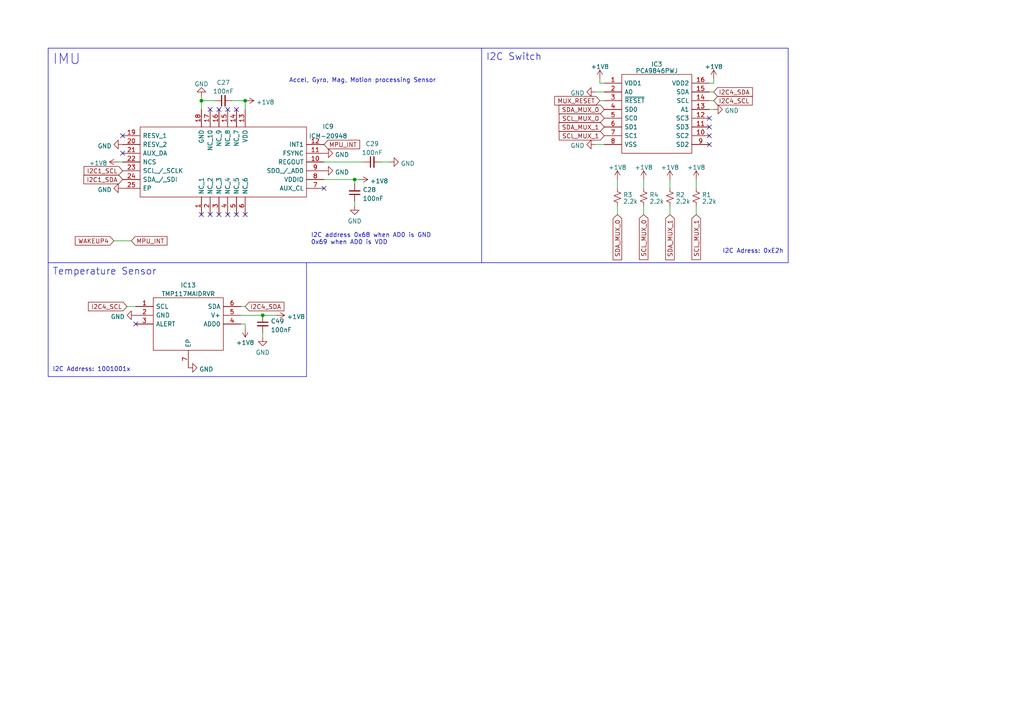
<source format=kicad_sch>
(kicad_sch (version 20230121) (generator eeschema)
  (paper "A4")
  (title_block (title "OBC-Flight") (date "2023-08-07") (rev "Rev0") (company "WIT PicoSat") (comment 1 "By: Kieran Shanley"))
  (lib_symbols
    (symbol "Device:C_Small" (pin_numbers hide) (pin_names (offset 0.254) hide)
      (property "Reference" "C" (at 0.254 1.778 0))
      (property "Value" "C_Small" (at 0.254 -2.032 0))
      (symbol "C_Small_0_1"
        (polyline (pts (xy -1.524 -0.508) (xy 1.524 -0.508)) (stroke (width 0.3302)))
        (polyline (pts (xy -1.524 0.508) (xy 1.524 0.508)) (stroke (width 0.3048)))
      )
      (symbol "C_Small_1_1"
        (pin passive line (at 0 2.54 270) (length 2.032) (name "~") (number "1"))
        (pin passive line (at 0 -2.54 90) (length 2.032) (name "~") (number "2"))
      )
    )
    (symbol "Device:R_Small_US" (pin_numbers hide) (pin_names (offset 0.254) hide)
      (property "Reference" "R" (at 0.762 0.508 0))
      (property "Value" "R_Small_US" (at 0.762 -1.016 0))
      (symbol "R_Small_US_1_1"
        (polyline (pts (xy 0 0) (xy 1.016 -0.381) (xy 0 -0.762) (xy -1.016 -1.143) (xy 0 -1.524)))
        (polyline (pts (xy 0 1.524) (xy 1.016 1.143) (xy 0 0.762) (xy -1.016 0.381) (xy 0 0)))
        (pin passive line (at 0 2.54 270) (length 1.016) (name "~") (number "1"))
        (pin passive line (at 0 -2.54 90) (length 1.016) (name "~") (number "2"))
      )
    )
    (symbol "ICM-20948:ICM-20948" (pin_names (offset 0.762))
      (property "Reference" "IC" (at 26.67 22.86 0))
      (property "Value" "ICM-20948" (at 26.67 20.32 0))
      (symbol "ICM-20948_0_0"
        (pin passive line (at 0 0 0) (length 5.08) (name "NC_1") (number "1"))
        (pin passive line (at 15.24 -35.56 90) (length 5.08) (name "REGOUT") (number "10"))
        (pin passive line (at 17.78 -35.56 90) (length 5.08) (name "FSYNC") (number "11"))
        (pin passive line (at 20.32 -35.56 90) (length 5.08) (name "INT1") (number "12"))
        (pin passive line (at 30.48 -12.7 180) (length 5.08) (name "VDD") (number "13"))
        (pin passive line (at 30.48 -10.16 180) (length 5.08) (name "NC_7") (number "14"))
        (pin passive line (at 30.48 -7.62 180) (length 5.08) (name "NC_8") (number "15"))
        (pin passive line (at 30.48 -5.08 180) (length 5.08) (name "NC_9") (number "16"))
        (pin passive line (at 30.48 -2.54 180) (length 5.08) (name "NC_10") (number "17"))
        (pin passive line (at 30.48 0 180) (length 5.08) (name "GND") (number "18"))
        (pin passive line (at 22.86 22.86 270) (length 5.08) (name "RESV_1") (number "19"))
        (pin passive line (at 0 -2.54 0) (length 5.08) (name "NC_2") (number "2"))
        (pin passive line (at 20.32 22.86 270) (length 5.08) (name "RESV_2") (number "20"))
        (pin passive line (at 17.78 22.86 270) (length 5.08) (name "AUX_DA") (number "21"))
        (pin passive line (at 15.24 22.86 270) (length 5.08) (name "NCS") (number "22"))
        (pin passive line (at 12.7 22.86 270) (length 5.08) (name "SCL_/_SCLK") (number "23"))
        (pin passive line (at 10.16 22.86 270) (length 5.08) (name "SDA_/_SDI") (number "24"))
        (pin passive line (at 7.62 22.86 270) (length 5.08) (name "EP") (number "25"))
        (pin passive line (at 0 -5.08 0) (length 5.08) (name "NC_3") (number "3"))
        (pin passive line (at 0 -7.62 0) (length 5.08) (name "NC_4") (number "4"))
        (pin passive line (at 0 -10.16 0) (length 5.08) (name "NC_5") (number "5"))
        (pin passive line (at 0 -12.7 0) (length 5.08) (name "NC_6") (number "6"))
        (pin passive line (at 7.62 -35.56 90) (length 5.08) (name "AUX_CL") (number "7"))
        (pin passive line (at 10.16 -35.56 90) (length 5.08) (name "VDDIO") (number "8"))
        (pin passive line (at 12.7 -35.56 90) (length 5.08) (name "SDO_/_AD0") (number "9"))
      )
      (symbol "ICM-20948_0_1"
        (polyline (pts (xy 5.08 17.78) (xy 25.4 17.78) (xy 25.4 -30.48) (xy 5.08 -30.48) (xy 5.08 17.78)) (stroke (width 0.1524)))
      )
    )
    (symbol "PCA9846PWJ:PCA9846PWJ" (pin_names (offset 0.762))
      (property "Reference" "IC" (at 26.67 7.62 0))
      (property "Value" "PCA9846PWJ" (at 26.67 5.08 0))
      (symbol "PCA9846PWJ_0_0"
        (pin passive line (at 0 0 0) (length 5.08) (name "VDD1") (number "1"))
        (pin passive line (at 30.48 -15.24 180) (length 5.08) (name "SC2") (number "10"))
        (pin passive line (at 30.48 -12.7 180) (length 5.08) (name "SD3") (number "11"))
        (pin passive line (at 30.48 -10.16 180) (length 5.08) (name "SC3") (number "12"))
        (pin passive line (at 30.48 -7.62 180) (length 5.08) (name "A1") (number "13"))
        (pin passive line (at 30.48 -5.08 180) (length 5.08) (name "SCL") (number "14"))
        (pin passive line (at 30.48 -2.54 180) (length 5.08) (name "SDA") (number "15"))
        (pin passive line (at 30.48 0 180) (length 5.08) (name "VDD2") (number "16"))
        (pin passive line (at 0 -2.54 0) (length 5.08) (name "A0") (number "2"))
        (pin passive line (at 0 -5.08 0) (length 5.08) (name "~{RESET}") (number "3"))
        (pin passive line (at 0 -7.62 0) (length 5.08) (name "SD0") (number "4"))
        (pin passive line (at 0 -10.16 0) (length 5.08) (name "SC0") (number "5"))
        (pin passive line (at 0 -12.7 0) (length 5.08) (name "SD1") (number "6"))
        (pin passive line (at 0 -15.24 0) (length 5.08) (name "SC1") (number "7"))
        (pin passive line (at 0 -17.78 0) (length 5.08) (name "VSS") (number "8"))
        (pin passive line (at 30.48 -17.78 180) (length 5.08) (name "SD2") (number "9"))
      )
      (symbol "PCA9846PWJ_0_1"
        (polyline (pts (xy 5.08 2.54) (xy 25.4 2.54) (xy 25.4 -20.32) (xy 5.08 -20.32) (xy 5.08 2.54)) (stroke (width 0.1524)))
      )
    )
    (symbol "TMP117MAIDRVR:TMP117MAIDRVR" (pin_names (offset 0.762))
      (property "Reference" "IC" (at 26.67 7.62 0))
      (property "Value" "TMP117MAIDRVR" (at 26.67 5.08 0))
      (symbol "TMP117MAIDRVR_0_0"
        (pin passive line (at 0 0 0) (length 5.08) (name "SCL") (number "1"))
        (pin passive line (at 0 -2.54 0) (length 5.08) (name "GND") (number "2"))
        (pin passive line (at 0 -5.08 0) (length 5.08) (name "ALERT") (number "3"))
        (pin passive line (at 30.48 -5.08 180) (length 5.08) (name "ADD0") (number "4"))
        (pin passive line (at 30.48 -2.54 180) (length 5.08) (name "V+") (number "5"))
        (pin passive line (at 30.48 0 180) (length 5.08) (name "SDA") (number "6"))
        (pin passive line (at 15.24 -17.78 90) (length 5.08) (name "EP") (number "7"))
      )
      (symbol "TMP117MAIDRVR_0_1"
        (polyline (pts (xy 5.08 2.54) (xy 25.4 2.54) (xy 25.4 -12.7) (xy 5.08 -12.7) (xy 5.08 2.54)) (stroke (width 0.1524)))
      )
    )
    (symbol "power:+1V8" (power) (pin_names (offset 0))
      (property "Value" "+1V8" (at 0 3.556 0))
      (symbol "+1V8_0_1"
        (polyline (pts (xy -0.762 1.27) (xy 0 2.54)))
        (polyline (pts (xy 0 0) (xy 0 2.54)))
        (polyline (pts (xy 0 2.54) (xy 0.762 1.27)))
      )
      (symbol "+1V8_1_1"
        (pin power_in line (at 0 0 90) (length 0) hide (name "+1V8") (number "1"))
      )
    )
    (symbol "power:GND" (power) (pin_names (offset 0))
      (property "Value" "GND" (at 0 -3.81 0))
      (symbol "GND_0_1"
        (polyline (pts (xy 0 0) (xy 0 -1.27) (xy 1.27 -1.27) (xy 0 -2.54) (xy -1.27 -1.27) (xy 0 -1.27)))
      )
      (symbol "GND_1_1"
        (pin power_in line (at 0 0 270) (length 0) hide (name "GND") (number "1"))
      )
    )
  )
  (junction (at 102.87 52.07))
  (junction (at 58.42 29.21))
  (junction (at 76.2 91.44))
  (junction (at 71.12 29.21))
  (no_connect (at 68.58 62.23))
  (no_connect (at 58.42 62.23))
  (no_connect (at 66.04 31.75))
  (no_connect (at 63.5 62.23))
  (no_connect (at 205.74 34.29))
  (no_connect (at 205.74 39.37))
  (no_connect (at 205.74 41.91))
  (no_connect (at 66.04 62.23))
  (no_connect (at 93.98 54.61))
  (no_connect (at 68.58 31.75))
  (no_connect (at 60.96 31.75))
  (no_connect (at 205.74 36.83))
  (no_connect (at 35.56 39.37))
  (no_connect (at 60.96 62.23))
  (no_connect (at 39.37 93.98))
  (no_connect (at 63.5 31.75))
  (no_connect (at 71.12 62.23))
  (no_connect (at 35.56 44.45))
  (wire (pts (xy 205.74 26.67) (xy 207.01 26.67)))
  (wire (pts (xy 173.99 22.86) (xy 173.99 24.13)))
  (wire (pts (xy 36.83 88.9) (xy 39.37 88.9)))
  (wire (pts (xy 71.12 93.98) (xy 71.12 95.25)))
  (wire (pts (xy 102.87 52.07) (xy 104.14 52.07)))
  (wire (pts (xy 172.72 26.67) (xy 175.26 26.67)))
  (polyline (pts (xy 13.97 76.2) (xy 13.97 109.22)))
  (polyline (pts (xy 13.97 109.22) (xy 88.9 109.22)))
  (wire (pts (xy 201.93 52.07) (xy 201.93 54.61)))
  (wire (pts (xy 194.31 52.07) (xy 194.31 54.61)))
  (polyline (pts (xy 139.7 76.2) (xy 13.97 76.2)))
  (wire (pts (xy 194.31 59.69) (xy 194.31 62.23)))
  (polyline (pts (xy 228.6 13.97) (xy 228.6 76.2)))
  (polyline (pts (xy 13.97 13.97) (xy 139.7 13.97)))
  (wire (pts (xy 93.98 52.07) (xy 102.87 52.07)))
  (polyline (pts (xy 228.6 76.2) (xy 139.7 76.2)))
  (wire (pts (xy 58.42 27.94) (xy 58.42 29.21)))
  (wire (pts (xy 205.74 24.13) (xy 207.01 24.13)))
  (wire (pts (xy 71.12 29.21) (xy 71.12 31.75)))
  (wire (pts (xy 172.72 41.91) (xy 175.26 41.91)))
  (wire (pts (xy 179.07 52.07) (xy 179.07 54.61)))
  (wire (pts (xy 102.87 58.42) (xy 102.87 59.69)))
  (wire (pts (xy 69.85 91.44) (xy 76.2 91.44)))
  (wire (pts (xy 207.01 22.86) (xy 207.01 24.13)))
  (wire (pts (xy 173.99 24.13) (xy 175.26 24.13)))
  (wire (pts (xy 67.31 29.21) (xy 71.12 29.21)))
  (wire (pts (xy 76.2 91.44) (xy 80.01 91.44)))
  (wire (pts (xy 110.49 46.99) (xy 113.03 46.99)))
  (wire (pts (xy 58.42 29.21) (xy 62.23 29.21)))
  (wire (pts (xy 69.85 93.98) (xy 71.12 93.98)))
  (polyline (pts (xy 88.9 109.22) (xy 88.9 76.2)))
  (polyline (pts (xy 139.7 13.97) (xy 139.7 76.2)))
  (polyline (pts (xy 139.7 13.97) (xy 228.6 13.97)))
  (wire (pts (xy 173.99 29.21) (xy 175.26 29.21)))
  (wire (pts (xy 69.85 88.9) (xy 71.12 88.9)))
  (wire (pts (xy 76.2 96.52) (xy 76.2 97.79)))
  (wire (pts (xy 186.69 59.69) (xy 186.69 62.23)))
  (wire (pts (xy 34.29 46.99) (xy 35.56 46.99)))
  (wire (pts (xy 179.07 59.69) (xy 179.07 62.23)))
  (polyline (pts (xy 13.97 13.97) (xy 13.97 76.2)))
  (wire (pts (xy 186.69 52.07) (xy 186.69 54.61)))
  (wire (pts (xy 33.02 69.85) (xy 38.1 69.85)))
  (wire (pts (xy 201.93 59.69) (xy 201.93 62.23)))
  (wire (pts (xy 205.74 31.75) (xy 207.01 31.75)))
  (wire (pts (xy 102.87 52.07) (xy 102.87 53.34)))
  (wire (pts (xy 93.98 46.99) (xy 105.41 46.99)))
  (wire (pts (xy 58.42 29.21) (xy 58.42 31.75)))
  (wire (pts (xy 205.74 29.21) (xy 207.01 29.21)))
  (text "I2C address 0x68 when AD0 is GND\n0x69 when AD0 is VDD" (at 90.17 71.12 0) (effects (font (size 1.27 1.27)) (justify left bottom)))
  (text "I2C Adress: 0xE2h" (at 209.55 73.66 0) (effects (font (size 1.27 1.27)) (justify left bottom)))
  (text "Accel, Gyro, Mag, Motion processing Sensor\n" (at 83.82 24.13 0) (effects (font (size 1.27 1.27)) (justify left bottom)))
  (text "IMU" (at 15.24 19.05 0) (effects (font (size 3 3)) (justify left bottom)))
  (text "Temperature Sensor" (at 15.24 80.01 0) (effects (font (size 2 2)) (justify left bottom)))
  (text "I2C Address: 1001001x " (at 15.24 107.95 0) (effects (font (size 1.27 1.27)) (justify left bottom)))
  (text "I2C Switch" (at 140.97 17.78 0) (effects (font (size 2 2)) (justify left bottom)))
  (global_label "SCL_MUX_0" (shape input) (at 175.26 34.29 180) (property "Intersheetrefs" "${INTERSHEET_REFS}" (effects hide)))
  (global_label "MPU_INT" (shape input) (at 38.1 69.85 0) (property "Intersheetrefs" "${INTERSHEET_REFS}" (effects hide)))
  (global_label "I2C1_SCL" (shape input) (at 35.56 49.53 180) (property "Intersheetrefs" "${INTERSHEET_REFS}" (effects hide)))
  (global_label "I2C1_SDA" (shape input) (at 35.56 52.07 180) (property "Intersheetrefs" "${INTERSHEET_REFS}" (effects hide)))
  (global_label "SDA_MUX_1" (shape input) (at 194.31 62.23 270) (property "Intersheetrefs" "${INTERSHEET_REFS}" (effects hide)))
  (global_label "MPU_INT" (shape input) (at 93.98 41.91 0) (property "Intersheetrefs" "${INTERSHEET_REFS}" (effects hide)))
  (global_label "I2C4_SCL" (shape input) (at 207.01 29.21 0) (property "Intersheetrefs" "${INTERSHEET_REFS}" (effects hide)))
  (global_label "I2C4_SCL" (shape input) (at 36.83 88.9 180) (property "Intersheetrefs" "${INTERSHEET_REFS}" (effects hide)))
  (global_label "SDA_MUX_0" (shape input) (at 179.07 62.23 270) (property "Intersheetrefs" "${INTERSHEET_REFS}" (effects hide)))
  (global_label "I2C4_SDA" (shape input) (at 207.01 26.67 0) (property "Intersheetrefs" "${INTERSHEET_REFS}" (effects hide)))
  (global_label "SCL_MUX_1" (shape input) (at 175.26 39.37 180) (property "Intersheetrefs" "${INTERSHEET_REFS}" (effects hide)))
  (global_label "MUX_RESET" (shape input) (at 173.99 29.21 180) (property "Intersheetrefs" "${INTERSHEET_REFS}" (effects hide)))
  (global_label "SCL_MUX_1" (shape input) (at 201.93 62.23 270) (property "Intersheetrefs" "${INTERSHEET_REFS}" (effects hide)))
  (global_label "SDA_MUX_0" (shape input) (at 175.26 31.75 180) (property "Intersheetrefs" "${INTERSHEET_REFS}" (effects hide)))
  (global_label "I2C4_SDA" (shape input) (at 71.12 88.9 0) (property "Intersheetrefs" "${INTERSHEET_REFS}" (effects hide)))
  (global_label "SCL_MUX_0" (shape input) (at 186.69 62.23 270) (property "Intersheetrefs" "${INTERSHEET_REFS}" (effects hide)))
  (global_label "SDA_MUX_1" (shape input) (at 175.26 36.83 180) (property "Intersheetrefs" "${INTERSHEET_REFS}" (effects hide)))
  (global_label "WAKEUP4" (shape input) (at 33.02 69.85 180) (property "Intersheetrefs" "${INTERSHEET_REFS}" (effects hide)))
  (symbol (lib_id "Device:C_Small") (at 107.95 46.99 90) (unit 1)
    (property "Reference" "C29" (at 107.9563 41.7281 90))
    (property "Value" "100nF" (at 107.9563 44.265 90))
    (property "Footprint" "Capacitor_SMD:C_0402_1005Metric" (effects hide))
    (instances (project "OBCProto" (path "" (reference "C29") (unit 1))) (project "OBC-Flight" (path "" (reference "C3") (unit 1))))
  )
  (symbol (lib_id "power:+1V8") (at 34.29 46.99 90) (unit 1)
    (property "Reference" "#PWR079" (effects hide))
    (property "Value" "+1V8" (at 31.115 47.3068 90) (effects (justify left)))
  )
  (symbol (lib_id "power:+1V8") (at 173.99 22.86 0) (unit 1)
    (property "Reference" "#PWR066" (effects hide))
    (property "Value" "+1V8" (at 173.99 19.3581 0))
  )
  (symbol (lib_id "power:GND") (at 35.56 54.61 270) (unit 1)
    (property "Reference" "#PWR0154" (effects hide))
    (property "Value" "GND" (at 32.3851 55.0438 90) (effects (justify right)))
    (instances (project "OBCProto" (path "" (reference "#PWR0154") (unit 1))) (project "OBC-Flight" (path "" (reference "#PWR02") (unit 1))))
  )
  (symbol (lib_id "power:GND") (at 113.03 46.99 90) (unit 1)
    (property "Reference" "#PWR0160" (effects hide))
    (property "Value" "GND" (at 116.205 47.4238 90) (effects (justify right)))
    (instances (project "OBCProto" (path "" (reference "#PWR0160") (unit 1))) (project "OBC-Flight" (path "" (reference "#PWR07") (unit 1))))
  )
  (symbol (lib_id "power:GND") (at 54.61 106.68 90) (unit 1)
    (property "Reference" "#PWR0240" (effects hide))
    (property "Value" "GND" (at 57.785 107.1138 90) (effects (justify right)))
    (instances (project "OBCProto" (path "" (reference "#PWR0240") (unit 1))) (project "OBC-Flight" (path "" (reference "#PWR011") (unit 1))))
  )
  (symbol (lib_id "Device:R_Small_US") (at 179.07 57.15 0) (unit 1)
    (property "Reference" "R3" (at 180.721 56.5063 0) (effects (justify left)))
    (property "Value" "2.2k" (at 180.721 58.4273 0) (effects (justify left)))
    (property "Footprint" "Resistor_SMD:R_0402_1005Metric" (effects hide))
  )
  (symbol (lib_id "Device:R_Small_US") (at 201.93 57.15 0) (unit 1)
    (property "Reference" "R1" (at 203.581 56.5063 0) (effects (justify left)))
    (property "Value" "2.2k" (at 203.581 58.4273 0) (effects (justify left)))
    (property "Footprint" "Resistor_SMD:R_0402_1005Metric" (effects hide))
  )
  (symbol (lib_id "power:GND") (at 39.37 91.44 270) (unit 1)
    (property "Reference" "#PWR0243" (effects hide))
    (property "Value" "GND" (at 36.1951 91.8738 90) (effects (justify right)))
    (instances (project "OBCProto" (path "" (reference "#PWR0243") (unit 1))) (project "OBC-Flight" (path "" (reference "#PWR010") (unit 1))))
  )
  (symbol (lib_id "Device:C_Small") (at 64.77 29.21 90) (unit 1)
    (property "Reference" "C27" (at 64.7763 23.9481 90))
    (property "Value" "100nF" (at 64.7763 26.485 90))
    (property "Footprint" "Capacitor_SMD:C_0402_1005Metric" (effects hide))
    (instances (project "OBCProto" (path "" (reference "C27") (unit 1))) (project "OBC-Flight" (path "" (reference "C1") (unit 1))))
  )
  (symbol (lib_id "power:+1V8") (at 71.12 95.25 180) (unit 1)
    (property "Reference" "#PWR0142" (effects hide))
    (property "Value" "+1V8" (at 71.12 99.3855 0))
  )
  (symbol (lib_id "Device:C_Small") (at 76.2 93.98 0) (unit 1)
    (property "Reference" "C49" (at 78.5241 93.1516 0) (effects (justify left)))
    (property "Value" "100nF" (at 78.5241 95.6885 0) (effects (justify left)))
    (property "Footprint" "Capacitor_SMD:C_0402_1005Metric" (effects hide))
    (instances (project "OBCProto" (path "" (reference "C49") (unit 1))) (project "OBC-Flight" (path "" (reference "C4") (unit 1))))
  )
  (symbol (lib_id "PCA9846PWJ:PCA9846PWJ") (at 175.26 24.13 0) (unit 1)
    (property "Reference" "IC3" (at 190.5 18.6309 0))
    (property "Value" "PCA9846PWJ" (at 190.5 20.5519 0))
    (property "Footprint" "PCA9846PWJ:SOP65P640X110-16N" (effects hide))
    (property "Datasheet" "http://www.nxp.com/docs/en/data-sheet/PCA9846.pdf" (effects hide))
    (property "Description" "NXP - PCA9846PWJ - Bidirectional Switch, 4:1, 2 Circuits, 24 ohm, I2C, 0.8V to 3.6V, TSSOP-16" (effects hide))
    (property "Height" "1.1" (effects hide))
    (property "Mouser Part Number" "771-PCA9846PWJ" (effects hide))
    (property "Mouser Price/Stock" "https://www.mouser.co.uk/ProductDetail/NXP-Semiconductors/PCA9846PWJ?qs=Q1MICM81PnD8pOOv3dnpxA%3D%3D" (effects hide))
    (property "Manufacturer_Name" "NXP" (effects hide))
    (property "Manufacturer_Part_Number" "PCA9846PWJ" (effects hide))
  )
  (symbol (lib_id "power:+1V8") (at 201.93 52.07 0) (unit 1)
    (property "Reference" "#PWR062" (effects hide))
    (property "Value" "+1V8" (at 201.93 48.5681 0))
  )
  (symbol (lib_id "TMP117MAIDRVR:TMP117MAIDRVR") (at 39.37 88.9 0) (unit 1)
    (property "Reference" "IC13" (at 54.61 82.711 0))
    (property "Value" "TMP117MAIDRVR" (at 54.61 85.2479 0))
    (property "Footprint" "TMP117MAIDRVR:SON65P200X200X80-7N" (effects hide))
    (property "Datasheet" "http://www.ti.com/lit/gpn/tmp117" (effects hide))
    (property "Description" "+/-0.1C Accurate Digital Temperature Sensor with Integrated NV Memory" (effects hide))
    (property "Height" "0.8" (effects hide))
    (property "Mouser Part Number" "595-TMP117MAIDRVR" (effects hide))
    (property "Mouser Price/Stock" "https://www.mouser.co.uk/ProductDetail/Texas-Instruments/TMP117MAIDRVR?qs=qSfuJ%252Bfl%2Fd6ns6kYPunSVg%3D%3D" (effects hide))
    (property "Manufacturer_Name" "Texas Instruments" (effects hide))
    (property "Manufacturer_Part_Number" "TMP117MAIDRVR" (effects hide))
    (instances (project "OBCProto" (path "" (reference "IC13") (unit 1))) (project "OBC-Flight" (path "" (reference "IC1") (unit 1))))
  )
  (symbol (lib_id "power:+1V8") (at 186.69 52.07 0) (unit 1)
    (property "Reference" "#PWR065" (effects hide))
    (property "Value" "+1V8" (at 186.69 48.5681 0))
  )
  (symbol (lib_id "ICM-20948:ICM-20948") (at 58.42 62.23 90) (unit 1)
    (property "Reference" "IC9" (at 95.1637 36.686 90))
    (property "Value" "ICM-20948" (at 95.1637 39.4611 90))
    (property "Footprint" "ICM-20948:QFN40P300X300X105-25N-D" (effects hide))
    (property "Datasheet" "https://product.tdk.com/system/files/dam/doc/product/sensor/mortion-inertial/imu/data_sheet/ds-000189-icm-20948-v1.3.pdf" (effects hide))
    (property "Description" "IMUs - Inertial Measurement Units World\\'s Lowest Power 9-Axis MEMS MotionTracking Device" (effects hide))
    (property "Height" "1.05" (effects hide))
    (property "Mouser Part Number" "410-ICM-20948" (effects hide))
    (property "Mouser Price/Stock" "https://www.mouser.co.uk/ProductDetail/TDK-InvenSense/ICM-20948?qs=u4fy%2FsgLU9OtGc31yF%2Friw%3D%3D" (effects hide))
    (property "Manufacturer_Name" "TDK" (effects hide))
    (property "Manufacturer_Part_Number" "ICM-20948" (effects hide))
    (instances (project "OBCProto" (path "" (reference "IC9") (unit 1))) (project "OBC-Flight" (path "" (reference "IC4") (unit 1))))
  )
  (symbol (lib_id "power:+1V8") (at 194.31 52.07 0) (unit 1)
    (property "Reference" "#PWR063" (effects hide))
    (property "Value" "+1V8" (at 194.31 48.5681 0))
  )
  (symbol (lib_id "power:+1V8") (at 104.14 52.07 270) (unit 1)
    (property "Reference" "#PWR0156" (effects hide))
    (property "Value" "+1V8" (at 107.315 52.5038 90) (effects (justify left)))
    (instances (project "OBCProto" (path "" (reference "#PWR0156") (unit 1))) (project "OBC-Flight" (path "" (reference "#PWR08") (unit 1))))
  )
  (symbol (lib_id "power:GND") (at 172.72 26.67 270) (unit 1)
    (property "Reference" "#PWR068" (effects hide))
    (property "Value" "GND" (at 169.5451 26.9868 90) (effects (justify right)))
  )
  (symbol (lib_id "power:GND") (at 207.01 31.75 90) (unit 1)
    (property "Reference" "#PWR069" (effects hide))
    (property "Value" "GND" (at 210.185 32.0668 90) (effects (justify right)))
  )
  (symbol (lib_id "power:GND") (at 58.42 27.94 180) (unit 1)
    (property "Reference" "#PWR0158" (effects hide))
    (property "Value" "GND" (at 58.42 24.3642 0))
    (instances (project "OBCProto" (path "" (reference "#PWR0158") (unit 1))) (project "OBC-Flight" (path "" (reference "#PWR03") (unit 1))))
  )
  (symbol (lib_id "power:+1V8") (at 207.01 22.86 0) (unit 1)
    (property "Reference" "#PWR067" (effects hide))
    (property "Value" "+1V8" (at 207.01 19.3581 0))
  )
  (symbol (lib_id "Device:R_Small_US") (at 186.69 57.15 0) (unit 1)
    (property "Reference" "R4" (at 188.341 56.5063 0) (effects (justify left)))
    (property "Value" "2.2k" (at 188.341 58.4273 0) (effects (justify left)))
    (property "Footprint" "Resistor_SMD:R_0402_1005Metric" (effects hide))
  )
  (symbol (lib_id "power:GND") (at 172.72 41.91 270) (unit 1)
    (property "Reference" "#PWR061" (effects hide))
    (property "Value" "GND" (at 169.5451 42.2268 90) (effects (justify right)))
  )
  (symbol (lib_id "power:GND") (at 93.98 44.45 90) (unit 1)
    (property "Reference" "#PWR0157" (effects hide))
    (property "Value" "GND" (at 97.155 44.8838 90) (effects (justify right)))
    (instances (project "OBCProto" (path "" (reference "#PWR0157") (unit 1))) (project "OBC-Flight" (path "" (reference "#PWR04") (unit 1))))
  )
  (symbol (lib_id "Device:C_Small") (at 102.87 55.88 180) (unit 1)
    (property "Reference" "C28" (at 105.1941 55.0389 0) (effects (justify right)))
    (property "Value" "100nF" (at 105.1941 57.5758 0) (effects (justify right)))
    (property "Footprint" "Capacitor_SMD:C_0402_1005Metric" (effects hide))
    (instances (project "OBCProto" (path "" (reference "C28") (unit 1))) (project "OBC-Flight" (path "" (reference "C2") (unit 1))))
  )
  (symbol (lib_id "power:+1V8") (at 179.07 52.07 0) (unit 1)
    (property "Reference" "#PWR064" (effects hide))
    (property "Value" "+1V8" (at 179.07 48.5681 0))
  )
  (symbol (lib_id "power:GND") (at 76.2 97.79 0) (unit 1)
    (property "Reference" "#PWR0239" (effects hide))
    (property "Value" "GND" (at 76.2 102.2334 0))
    (instances (project "OBCProto" (path "" (reference "#PWR0239") (unit 1))) (project "OBC-Flight" (path "" (reference "#PWR012") (unit 1))))
  )
  (symbol (lib_id "Device:R_Small_US") (at 194.31 57.15 0) (unit 1)
    (property "Reference" "R2" (at 195.961 56.5063 0) (effects (justify left)))
    (property "Value" "2.2k" (at 195.961 58.4273 0) (effects (justify left)))
    (property "Footprint" "Resistor_SMD:R_0402_1005Metric" (effects hide))
  )
  (symbol (lib_id "power:+1V8") (at 71.12 29.21 270) (unit 1)
    (property "Reference" "#PWR0156" (effects hide))
    (property "Value" "+1V8" (at 74.295 29.6438 90) (effects (justify left)))
    (instances (project "OBCProto" (path "" (reference "#PWR0156") (unit 1))) (project "OBC-Flight" (path "" (reference "#PWR09") (unit 1))))
  )
  (symbol (lib_id "power:GND") (at 35.56 41.91 270) (unit 1)
    (property "Reference" "#PWR0155" (effects hide))
    (property "Value" "GND" (at 32.3851 42.3438 90) (effects (justify right)))
    (instances (project "OBCProto" (path "" (reference "#PWR0155") (unit 1))) (project "OBC-Flight" (path "" (reference "#PWR01") (unit 1))))
  )
  (symbol (lib_id "power:GND") (at 93.98 49.53 90) (unit 1)
    (property "Reference" "#PWR0159" (effects hide))
    (property "Value" "GND" (at 97.155 49.9638 90) (effects (justify right)))
    (instances (project "OBCProto" (path "" (reference "#PWR0159") (unit 1))) (project "OBC-Flight" (path "" (reference "#PWR05") (unit 1))))
  )
  (symbol (lib_id "power:GND") (at 102.87 59.69 0) (unit 1)
    (property "Reference" "#PWR0153" (effects hide))
    (property "Value" "GND" (at 102.87 64.1334 0))
    (instances (project "OBCProto" (path "" (reference "#PWR0153") (unit 1))) (project "OBC-Flight" (path "" (reference "#PWR06") (unit 1))))
  )
  (symbol (lib_id "power:+1V8") (at 80.01 91.44 270) (unit 1)
    (property "Reference" "#PWR0245" (effects hide))
    (property "Value" "+1V8" (at 83.185 91.8738 90) (effects (justify left)))
    (instances (project "OBCProto" (path "" (reference "#PWR0245") (unit 1))) (project "OBC-Flight" (path "" (reference "#PWR013") (unit 1))))
  )
)
</source>
